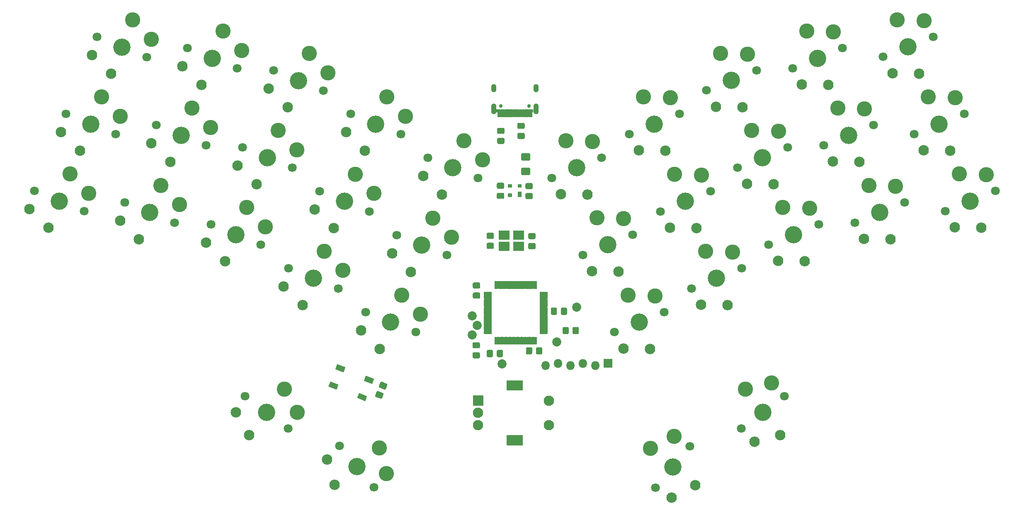
<source format=gbr>
G04 #@! TF.GenerationSoftware,KiCad,Pcbnew,(5.1.9-0-10_14)*
G04 #@! TF.CreationDate,2021-02-24T21:06:59-06:00*
G04 #@! TF.ProjectId,micro_redox_semi_split,6d696372-6f5f-4726-9564-6f785f73656d,rev?*
G04 #@! TF.SameCoordinates,Original*
G04 #@! TF.FileFunction,Soldermask,Top*
G04 #@! TF.FilePolarity,Negative*
%FSLAX46Y46*%
G04 Gerber Fmt 4.6, Leading zero omitted, Abs format (unit mm)*
G04 Created by KiCad (PCBNEW (5.1.9-0-10_14)) date 2021-02-24 21:06:59*
%MOMM*%
%LPD*%
G01*
G04 APERTURE LIST*
%ADD10C,1.803800*%
%ADD11C,3.102000*%
%ADD12C,3.531000*%
%ADD13C,2.134000*%
%ADD14C,1.854600*%
%ADD15C,2.102000*%
%ADD16C,0.750000*%
%ADD17O,1.100000X2.200000*%
%ADD18O,1.100000X1.700000*%
%ADD19O,1.802000X1.802000*%
%ADD20C,0.100000*%
G04 APERTURE END LIST*
D10*
X217780339Y-67399570D03*
X227979361Y-63278898D03*
D11*
X226110995Y-59989262D03*
D12*
X222879850Y-65339234D03*
D13*
X219667436Y-70735566D03*
X225090029Y-70809619D03*
D11*
X220650941Y-59822490D03*
D14*
X133592700Y-114370360D03*
X144783053Y-109875494D03*
X148832869Y-102786919D03*
X127496867Y-108501917D03*
X128512868Y-106533418D03*
X127496867Y-104564918D03*
D10*
X199301840Y-69685574D03*
X209500862Y-65564902D03*
D11*
X207632496Y-62275266D03*
D12*
X204401351Y-67625238D03*
D13*
X201188937Y-73021570D03*
X206611530Y-73095623D03*
D11*
X202172442Y-62108494D03*
D15*
X143202348Y-126894237D03*
X143202348Y-121894237D03*
G36*
G01*
X134551348Y-130994237D02*
X134551348Y-128994237D01*
G75*
G02*
X134602348Y-128943237I51000J0D01*
G01*
X137802348Y-128943237D01*
G75*
G02*
X137853348Y-128994237I0J-51000D01*
G01*
X137853348Y-130994237D01*
G75*
G02*
X137802348Y-131045237I-51000J0D01*
G01*
X134602348Y-131045237D01*
G75*
G02*
X134551348Y-130994237I0J51000D01*
G01*
G37*
G36*
G01*
X134551348Y-119794237D02*
X134551348Y-117794237D01*
G75*
G02*
X134602348Y-117743237I51000J0D01*
G01*
X137802348Y-117743237D01*
G75*
G02*
X137853348Y-117794237I0J-51000D01*
G01*
X137853348Y-119794237D01*
G75*
G02*
X137802348Y-119845237I-51000J0D01*
G01*
X134602348Y-119845237D01*
G75*
G02*
X134551348Y-119794237I0J51000D01*
G01*
G37*
X128702348Y-126894237D03*
X128702348Y-124394237D03*
G36*
G01*
X127651348Y-122894237D02*
X127651348Y-120894237D01*
G75*
G02*
X127702348Y-120843237I51000J0D01*
G01*
X129702348Y-120843237D01*
G75*
G02*
X129753348Y-120894237I0J-51000D01*
G01*
X129753348Y-122894237D01*
G75*
G02*
X129702348Y-122945237I-51000J0D01*
G01*
X127702348Y-122945237D01*
G75*
G02*
X127651348Y-122894237I0J51000D01*
G01*
G37*
G36*
G01*
X132952850Y-88965239D02*
X132952850Y-87165239D01*
G75*
G02*
X133003850Y-87114239I51000J0D01*
G01*
X135103850Y-87114239D01*
G75*
G02*
X135154850Y-87165239I0J-51000D01*
G01*
X135154850Y-88965239D01*
G75*
G02*
X135103850Y-89016239I-51000J0D01*
G01*
X133003850Y-89016239D01*
G75*
G02*
X132952850Y-88965239I0J51000D01*
G01*
G37*
G36*
G01*
X135852850Y-88965239D02*
X135852850Y-87165239D01*
G75*
G02*
X135903850Y-87114239I51000J0D01*
G01*
X138003850Y-87114239D01*
G75*
G02*
X138054850Y-87165239I0J-51000D01*
G01*
X138054850Y-88965239D01*
G75*
G02*
X138003850Y-89016239I-51000J0D01*
G01*
X135903850Y-89016239D01*
G75*
G02*
X135852850Y-88965239I0J51000D01*
G01*
G37*
G36*
G01*
X135852850Y-91265239D02*
X135852850Y-89465239D01*
G75*
G02*
X135903850Y-89414239I51000J0D01*
G01*
X138003850Y-89414239D01*
G75*
G02*
X138054850Y-89465239I0J-51000D01*
G01*
X138054850Y-91265239D01*
G75*
G02*
X138003850Y-91316239I-51000J0D01*
G01*
X135903850Y-91316239D01*
G75*
G02*
X135852850Y-91265239I0J51000D01*
G01*
G37*
G36*
G01*
X132952850Y-91265239D02*
X132952850Y-89465239D01*
G75*
G02*
X133003850Y-89414239I51000J0D01*
G01*
X135103850Y-89414239D01*
G75*
G02*
X135154850Y-89465239I0J-51000D01*
G01*
X135154850Y-91265239D01*
G75*
G02*
X135103850Y-91316239I-51000J0D01*
G01*
X133003850Y-91316239D01*
G75*
G02*
X132952850Y-91265239I0J51000D01*
G01*
G37*
G36*
G01*
X133327348Y-62403238D02*
X133327348Y-63853238D01*
G75*
G02*
X133277348Y-63903238I-50000J0D01*
G01*
X132677348Y-63903238D01*
G75*
G02*
X132627348Y-63853238I0J50000D01*
G01*
X132627348Y-62403238D01*
G75*
G02*
X132677348Y-62353238I50000J0D01*
G01*
X133277348Y-62353238D01*
G75*
G02*
X133327348Y-62403238I0J-50000D01*
G01*
G37*
G36*
G01*
X139777348Y-62403238D02*
X139777348Y-63853238D01*
G75*
G02*
X139727348Y-63903238I-50000J0D01*
G01*
X139127348Y-63903238D01*
G75*
G02*
X139077348Y-63853238I0J50000D01*
G01*
X139077348Y-62403238D01*
G75*
G02*
X139127348Y-62353238I50000J0D01*
G01*
X139727348Y-62353238D01*
G75*
G02*
X139777348Y-62403238I0J-50000D01*
G01*
G37*
G36*
G01*
X134102348Y-62403238D02*
X134102348Y-63853238D01*
G75*
G02*
X134052348Y-63903238I-50000J0D01*
G01*
X133452348Y-63903238D01*
G75*
G02*
X133402348Y-63853238I0J50000D01*
G01*
X133402348Y-62403238D01*
G75*
G02*
X133452348Y-62353238I50000J0D01*
G01*
X134052348Y-62353238D01*
G75*
G02*
X134102348Y-62403238I0J-50000D01*
G01*
G37*
G36*
G01*
X139002348Y-62403238D02*
X139002348Y-63853238D01*
G75*
G02*
X138952348Y-63903238I-50000J0D01*
G01*
X138352348Y-63903238D01*
G75*
G02*
X138302348Y-63853238I0J50000D01*
G01*
X138302348Y-62403238D01*
G75*
G02*
X138352348Y-62353238I50000J0D01*
G01*
X138952348Y-62353238D01*
G75*
G02*
X139002348Y-62403238I0J-50000D01*
G01*
G37*
G36*
G01*
X138152348Y-62403238D02*
X138152348Y-63853238D01*
G75*
G02*
X138102348Y-63903238I-50000J0D01*
G01*
X137802348Y-63903238D01*
G75*
G02*
X137752348Y-63853238I0J50000D01*
G01*
X137752348Y-62403238D01*
G75*
G02*
X137802348Y-62353238I50000J0D01*
G01*
X138102348Y-62353238D01*
G75*
G02*
X138152348Y-62403238I0J-50000D01*
G01*
G37*
G36*
G01*
X134652348Y-62403238D02*
X134652348Y-63853238D01*
G75*
G02*
X134602348Y-63903238I-50000J0D01*
G01*
X134302348Y-63903238D01*
G75*
G02*
X134252348Y-63853238I0J50000D01*
G01*
X134252348Y-62403238D01*
G75*
G02*
X134302348Y-62353238I50000J0D01*
G01*
X134602348Y-62353238D01*
G75*
G02*
X134652348Y-62403238I0J-50000D01*
G01*
G37*
G36*
G01*
X137652348Y-62403238D02*
X137652348Y-63853238D01*
G75*
G02*
X137602348Y-63903238I-50000J0D01*
G01*
X137302348Y-63903238D01*
G75*
G02*
X137252348Y-63853238I0J50000D01*
G01*
X137252348Y-62403238D01*
G75*
G02*
X137302348Y-62353238I50000J0D01*
G01*
X137602348Y-62353238D01*
G75*
G02*
X137652348Y-62403238I0J-50000D01*
G01*
G37*
G36*
G01*
X135152348Y-62403238D02*
X135152348Y-63853238D01*
G75*
G02*
X135102348Y-63903238I-50000J0D01*
G01*
X134802348Y-63903238D01*
G75*
G02*
X134752348Y-63853238I0J50000D01*
G01*
X134752348Y-62403238D01*
G75*
G02*
X134802348Y-62353238I50000J0D01*
G01*
X135102348Y-62353238D01*
G75*
G02*
X135152348Y-62403238I0J-50000D01*
G01*
G37*
G36*
G01*
X137152348Y-62403238D02*
X137152348Y-63853238D01*
G75*
G02*
X137102348Y-63903238I-50000J0D01*
G01*
X136802348Y-63903238D01*
G75*
G02*
X136752348Y-63853238I0J50000D01*
G01*
X136752348Y-62403238D01*
G75*
G02*
X136802348Y-62353238I50000J0D01*
G01*
X137102348Y-62353238D01*
G75*
G02*
X137152348Y-62403238I0J-50000D01*
G01*
G37*
G36*
G01*
X135652348Y-62403238D02*
X135652348Y-63853238D01*
G75*
G02*
X135602348Y-63903238I-50000J0D01*
G01*
X135302348Y-63903238D01*
G75*
G02*
X135252348Y-63853238I0J50000D01*
G01*
X135252348Y-62403238D01*
G75*
G02*
X135302348Y-62353238I50000J0D01*
G01*
X135602348Y-62353238D01*
G75*
G02*
X135652348Y-62403238I0J-50000D01*
G01*
G37*
G36*
G01*
X136152348Y-62403238D02*
X136152348Y-63853238D01*
G75*
G02*
X136102348Y-63903238I-50000J0D01*
G01*
X135802348Y-63903238D01*
G75*
G02*
X135752348Y-63853238I0J50000D01*
G01*
X135752348Y-62403238D01*
G75*
G02*
X135802348Y-62353238I50000J0D01*
G01*
X136102348Y-62353238D01*
G75*
G02*
X136152348Y-62403238I0J-50000D01*
G01*
G37*
G36*
G01*
X136652348Y-62403238D02*
X136652348Y-63853238D01*
G75*
G02*
X136602348Y-63903238I-50000J0D01*
G01*
X136302348Y-63903238D01*
G75*
G02*
X136252348Y-63853238I0J50000D01*
G01*
X136252348Y-62403238D01*
G75*
G02*
X136302348Y-62353238I50000J0D01*
G01*
X136602348Y-62353238D01*
G75*
G02*
X136652348Y-62403238I0J-50000D01*
G01*
G37*
D16*
X133312348Y-61683238D03*
X139092348Y-61683238D03*
D17*
X140522348Y-62213238D03*
X131882348Y-62213238D03*
D18*
X140522348Y-58033238D03*
X131882348Y-58033238D03*
G36*
G01*
X140117847Y-108846239D02*
X140667847Y-108846239D01*
G75*
G02*
X140718847Y-108897239I0J-51000D01*
G01*
X140718847Y-110397239D01*
G75*
G02*
X140667847Y-110448239I-51000J0D01*
G01*
X140117847Y-110448239D01*
G75*
G02*
X140066847Y-110397239I0J51000D01*
G01*
X140066847Y-108897239D01*
G75*
G02*
X140117847Y-108846239I51000J0D01*
G01*
G37*
G36*
G01*
X139317847Y-108846239D02*
X139867847Y-108846239D01*
G75*
G02*
X139918847Y-108897239I0J-51000D01*
G01*
X139918847Y-110397239D01*
G75*
G02*
X139867847Y-110448239I-51000J0D01*
G01*
X139317847Y-110448239D01*
G75*
G02*
X139266847Y-110397239I0J51000D01*
G01*
X139266847Y-108897239D01*
G75*
G02*
X139317847Y-108846239I51000J0D01*
G01*
G37*
G36*
G01*
X138517847Y-108846239D02*
X139067847Y-108846239D01*
G75*
G02*
X139118847Y-108897239I0J-51000D01*
G01*
X139118847Y-110397239D01*
G75*
G02*
X139067847Y-110448239I-51000J0D01*
G01*
X138517847Y-110448239D01*
G75*
G02*
X138466847Y-110397239I0J51000D01*
G01*
X138466847Y-108897239D01*
G75*
G02*
X138517847Y-108846239I51000J0D01*
G01*
G37*
G36*
G01*
X137717847Y-108846239D02*
X138267847Y-108846239D01*
G75*
G02*
X138318847Y-108897239I0J-51000D01*
G01*
X138318847Y-110397239D01*
G75*
G02*
X138267847Y-110448239I-51000J0D01*
G01*
X137717847Y-110448239D01*
G75*
G02*
X137666847Y-110397239I0J51000D01*
G01*
X137666847Y-108897239D01*
G75*
G02*
X137717847Y-108846239I51000J0D01*
G01*
G37*
G36*
G01*
X136917847Y-108846239D02*
X137467847Y-108846239D01*
G75*
G02*
X137518847Y-108897239I0J-51000D01*
G01*
X137518847Y-110397239D01*
G75*
G02*
X137467847Y-110448239I-51000J0D01*
G01*
X136917847Y-110448239D01*
G75*
G02*
X136866847Y-110397239I0J51000D01*
G01*
X136866847Y-108897239D01*
G75*
G02*
X136917847Y-108846239I51000J0D01*
G01*
G37*
G36*
G01*
X136117847Y-108846239D02*
X136667847Y-108846239D01*
G75*
G02*
X136718847Y-108897239I0J-51000D01*
G01*
X136718847Y-110397239D01*
G75*
G02*
X136667847Y-110448239I-51000J0D01*
G01*
X136117847Y-110448239D01*
G75*
G02*
X136066847Y-110397239I0J51000D01*
G01*
X136066847Y-108897239D01*
G75*
G02*
X136117847Y-108846239I51000J0D01*
G01*
G37*
G36*
G01*
X135317847Y-108846239D02*
X135867847Y-108846239D01*
G75*
G02*
X135918847Y-108897239I0J-51000D01*
G01*
X135918847Y-110397239D01*
G75*
G02*
X135867847Y-110448239I-51000J0D01*
G01*
X135317847Y-110448239D01*
G75*
G02*
X135266847Y-110397239I0J51000D01*
G01*
X135266847Y-108897239D01*
G75*
G02*
X135317847Y-108846239I51000J0D01*
G01*
G37*
G36*
G01*
X134517847Y-108846239D02*
X135067847Y-108846239D01*
G75*
G02*
X135118847Y-108897239I0J-51000D01*
G01*
X135118847Y-110397239D01*
G75*
G02*
X135067847Y-110448239I-51000J0D01*
G01*
X134517847Y-110448239D01*
G75*
G02*
X134466847Y-110397239I0J51000D01*
G01*
X134466847Y-108897239D01*
G75*
G02*
X134517847Y-108846239I51000J0D01*
G01*
G37*
G36*
G01*
X133717847Y-108846239D02*
X134267847Y-108846239D01*
G75*
G02*
X134318847Y-108897239I0J-51000D01*
G01*
X134318847Y-110397239D01*
G75*
G02*
X134267847Y-110448239I-51000J0D01*
G01*
X133717847Y-110448239D01*
G75*
G02*
X133666847Y-110397239I0J51000D01*
G01*
X133666847Y-108897239D01*
G75*
G02*
X133717847Y-108846239I51000J0D01*
G01*
G37*
G36*
G01*
X132917847Y-108846239D02*
X133467847Y-108846239D01*
G75*
G02*
X133518847Y-108897239I0J-51000D01*
G01*
X133518847Y-110397239D01*
G75*
G02*
X133467847Y-110448239I-51000J0D01*
G01*
X132917847Y-110448239D01*
G75*
G02*
X132866847Y-110397239I0J51000D01*
G01*
X132866847Y-108897239D01*
G75*
G02*
X132917847Y-108846239I51000J0D01*
G01*
G37*
G36*
G01*
X132117847Y-108846239D02*
X132667847Y-108846239D01*
G75*
G02*
X132718847Y-108897239I0J-51000D01*
G01*
X132718847Y-110397239D01*
G75*
G02*
X132667847Y-110448239I-51000J0D01*
G01*
X132117847Y-110448239D01*
G75*
G02*
X132066847Y-110397239I0J51000D01*
G01*
X132066847Y-108897239D01*
G75*
G02*
X132117847Y-108846239I51000J0D01*
G01*
G37*
G36*
G01*
X131493847Y-107672239D02*
X131493847Y-108222239D01*
G75*
G02*
X131442847Y-108273239I-51000J0D01*
G01*
X129942847Y-108273239D01*
G75*
G02*
X129891847Y-108222239I0J51000D01*
G01*
X129891847Y-107672239D01*
G75*
G02*
X129942847Y-107621239I51000J0D01*
G01*
X131442847Y-107621239D01*
G75*
G02*
X131493847Y-107672239I0J-51000D01*
G01*
G37*
G36*
G01*
X131493847Y-106872239D02*
X131493847Y-107422239D01*
G75*
G02*
X131442847Y-107473239I-51000J0D01*
G01*
X129942847Y-107473239D01*
G75*
G02*
X129891847Y-107422239I0J51000D01*
G01*
X129891847Y-106872239D01*
G75*
G02*
X129942847Y-106821239I51000J0D01*
G01*
X131442847Y-106821239D01*
G75*
G02*
X131493847Y-106872239I0J-51000D01*
G01*
G37*
G36*
G01*
X131493847Y-106072239D02*
X131493847Y-106622239D01*
G75*
G02*
X131442847Y-106673239I-51000J0D01*
G01*
X129942847Y-106673239D01*
G75*
G02*
X129891847Y-106622239I0J51000D01*
G01*
X129891847Y-106072239D01*
G75*
G02*
X129942847Y-106021239I51000J0D01*
G01*
X131442847Y-106021239D01*
G75*
G02*
X131493847Y-106072239I0J-51000D01*
G01*
G37*
G36*
G01*
X131493847Y-105272239D02*
X131493847Y-105822239D01*
G75*
G02*
X131442847Y-105873239I-51000J0D01*
G01*
X129942847Y-105873239D01*
G75*
G02*
X129891847Y-105822239I0J51000D01*
G01*
X129891847Y-105272239D01*
G75*
G02*
X129942847Y-105221239I51000J0D01*
G01*
X131442847Y-105221239D01*
G75*
G02*
X131493847Y-105272239I0J-51000D01*
G01*
G37*
G36*
G01*
X131493847Y-104472239D02*
X131493847Y-105022239D01*
G75*
G02*
X131442847Y-105073239I-51000J0D01*
G01*
X129942847Y-105073239D01*
G75*
G02*
X129891847Y-105022239I0J51000D01*
G01*
X129891847Y-104472239D01*
G75*
G02*
X129942847Y-104421239I51000J0D01*
G01*
X131442847Y-104421239D01*
G75*
G02*
X131493847Y-104472239I0J-51000D01*
G01*
G37*
G36*
G01*
X131493847Y-103672239D02*
X131493847Y-104222239D01*
G75*
G02*
X131442847Y-104273239I-51000J0D01*
G01*
X129942847Y-104273239D01*
G75*
G02*
X129891847Y-104222239I0J51000D01*
G01*
X129891847Y-103672239D01*
G75*
G02*
X129942847Y-103621239I51000J0D01*
G01*
X131442847Y-103621239D01*
G75*
G02*
X131493847Y-103672239I0J-51000D01*
G01*
G37*
G36*
G01*
X131493847Y-102872239D02*
X131493847Y-103422239D01*
G75*
G02*
X131442847Y-103473239I-51000J0D01*
G01*
X129942847Y-103473239D01*
G75*
G02*
X129891847Y-103422239I0J51000D01*
G01*
X129891847Y-102872239D01*
G75*
G02*
X129942847Y-102821239I51000J0D01*
G01*
X131442847Y-102821239D01*
G75*
G02*
X131493847Y-102872239I0J-51000D01*
G01*
G37*
G36*
G01*
X131493847Y-102072239D02*
X131493847Y-102622239D01*
G75*
G02*
X131442847Y-102673239I-51000J0D01*
G01*
X129942847Y-102673239D01*
G75*
G02*
X129891847Y-102622239I0J51000D01*
G01*
X129891847Y-102072239D01*
G75*
G02*
X129942847Y-102021239I51000J0D01*
G01*
X131442847Y-102021239D01*
G75*
G02*
X131493847Y-102072239I0J-51000D01*
G01*
G37*
G36*
G01*
X131493847Y-101272239D02*
X131493847Y-101822239D01*
G75*
G02*
X131442847Y-101873239I-51000J0D01*
G01*
X129942847Y-101873239D01*
G75*
G02*
X129891847Y-101822239I0J51000D01*
G01*
X129891847Y-101272239D01*
G75*
G02*
X129942847Y-101221239I51000J0D01*
G01*
X131442847Y-101221239D01*
G75*
G02*
X131493847Y-101272239I0J-51000D01*
G01*
G37*
G36*
G01*
X131493847Y-100472239D02*
X131493847Y-101022239D01*
G75*
G02*
X131442847Y-101073239I-51000J0D01*
G01*
X129942847Y-101073239D01*
G75*
G02*
X129891847Y-101022239I0J51000D01*
G01*
X129891847Y-100472239D01*
G75*
G02*
X129942847Y-100421239I51000J0D01*
G01*
X131442847Y-100421239D01*
G75*
G02*
X131493847Y-100472239I0J-51000D01*
G01*
G37*
G36*
G01*
X131493847Y-99672239D02*
X131493847Y-100222239D01*
G75*
G02*
X131442847Y-100273239I-51000J0D01*
G01*
X129942847Y-100273239D01*
G75*
G02*
X129891847Y-100222239I0J51000D01*
G01*
X129891847Y-99672239D01*
G75*
G02*
X129942847Y-99621239I51000J0D01*
G01*
X131442847Y-99621239D01*
G75*
G02*
X131493847Y-99672239I0J-51000D01*
G01*
G37*
G36*
G01*
X132117847Y-97446239D02*
X132667847Y-97446239D01*
G75*
G02*
X132718847Y-97497239I0J-51000D01*
G01*
X132718847Y-98997239D01*
G75*
G02*
X132667847Y-99048239I-51000J0D01*
G01*
X132117847Y-99048239D01*
G75*
G02*
X132066847Y-98997239I0J51000D01*
G01*
X132066847Y-97497239D01*
G75*
G02*
X132117847Y-97446239I51000J0D01*
G01*
G37*
G36*
G01*
X132917847Y-97446239D02*
X133467847Y-97446239D01*
G75*
G02*
X133518847Y-97497239I0J-51000D01*
G01*
X133518847Y-98997239D01*
G75*
G02*
X133467847Y-99048239I-51000J0D01*
G01*
X132917847Y-99048239D01*
G75*
G02*
X132866847Y-98997239I0J51000D01*
G01*
X132866847Y-97497239D01*
G75*
G02*
X132917847Y-97446239I51000J0D01*
G01*
G37*
G36*
G01*
X133717847Y-97446239D02*
X134267847Y-97446239D01*
G75*
G02*
X134318847Y-97497239I0J-51000D01*
G01*
X134318847Y-98997239D01*
G75*
G02*
X134267847Y-99048239I-51000J0D01*
G01*
X133717847Y-99048239D01*
G75*
G02*
X133666847Y-98997239I0J51000D01*
G01*
X133666847Y-97497239D01*
G75*
G02*
X133717847Y-97446239I51000J0D01*
G01*
G37*
G36*
G01*
X134517847Y-97446239D02*
X135067847Y-97446239D01*
G75*
G02*
X135118847Y-97497239I0J-51000D01*
G01*
X135118847Y-98997239D01*
G75*
G02*
X135067847Y-99048239I-51000J0D01*
G01*
X134517847Y-99048239D01*
G75*
G02*
X134466847Y-98997239I0J51000D01*
G01*
X134466847Y-97497239D01*
G75*
G02*
X134517847Y-97446239I51000J0D01*
G01*
G37*
G36*
G01*
X135317847Y-97446239D02*
X135867847Y-97446239D01*
G75*
G02*
X135918847Y-97497239I0J-51000D01*
G01*
X135918847Y-98997239D01*
G75*
G02*
X135867847Y-99048239I-51000J0D01*
G01*
X135317847Y-99048239D01*
G75*
G02*
X135266847Y-98997239I0J51000D01*
G01*
X135266847Y-97497239D01*
G75*
G02*
X135317847Y-97446239I51000J0D01*
G01*
G37*
G36*
G01*
X136117847Y-97446239D02*
X136667847Y-97446239D01*
G75*
G02*
X136718847Y-97497239I0J-51000D01*
G01*
X136718847Y-98997239D01*
G75*
G02*
X136667847Y-99048239I-51000J0D01*
G01*
X136117847Y-99048239D01*
G75*
G02*
X136066847Y-98997239I0J51000D01*
G01*
X136066847Y-97497239D01*
G75*
G02*
X136117847Y-97446239I51000J0D01*
G01*
G37*
G36*
G01*
X136917847Y-97446239D02*
X137467847Y-97446239D01*
G75*
G02*
X137518847Y-97497239I0J-51000D01*
G01*
X137518847Y-98997239D01*
G75*
G02*
X137467847Y-99048239I-51000J0D01*
G01*
X136917847Y-99048239D01*
G75*
G02*
X136866847Y-98997239I0J51000D01*
G01*
X136866847Y-97497239D01*
G75*
G02*
X136917847Y-97446239I51000J0D01*
G01*
G37*
G36*
G01*
X137717847Y-97446239D02*
X138267847Y-97446239D01*
G75*
G02*
X138318847Y-97497239I0J-51000D01*
G01*
X138318847Y-98997239D01*
G75*
G02*
X138267847Y-99048239I-51000J0D01*
G01*
X137717847Y-99048239D01*
G75*
G02*
X137666847Y-98997239I0J51000D01*
G01*
X137666847Y-97497239D01*
G75*
G02*
X137717847Y-97446239I51000J0D01*
G01*
G37*
G36*
G01*
X138517847Y-97446239D02*
X139067847Y-97446239D01*
G75*
G02*
X139118847Y-97497239I0J-51000D01*
G01*
X139118847Y-98997239D01*
G75*
G02*
X139067847Y-99048239I-51000J0D01*
G01*
X138517847Y-99048239D01*
G75*
G02*
X138466847Y-98997239I0J51000D01*
G01*
X138466847Y-97497239D01*
G75*
G02*
X138517847Y-97446239I51000J0D01*
G01*
G37*
G36*
G01*
X139317847Y-97446239D02*
X139867847Y-97446239D01*
G75*
G02*
X139918847Y-97497239I0J-51000D01*
G01*
X139918847Y-98997239D01*
G75*
G02*
X139867847Y-99048239I-51000J0D01*
G01*
X139317847Y-99048239D01*
G75*
G02*
X139266847Y-98997239I0J51000D01*
G01*
X139266847Y-97497239D01*
G75*
G02*
X139317847Y-97446239I51000J0D01*
G01*
G37*
G36*
G01*
X140117847Y-97446239D02*
X140667847Y-97446239D01*
G75*
G02*
X140718847Y-97497239I0J-51000D01*
G01*
X140718847Y-98997239D01*
G75*
G02*
X140667847Y-99048239I-51000J0D01*
G01*
X140117847Y-99048239D01*
G75*
G02*
X140066847Y-98997239I0J51000D01*
G01*
X140066847Y-97497239D01*
G75*
G02*
X140117847Y-97446239I51000J0D01*
G01*
G37*
G36*
G01*
X142893847Y-99672239D02*
X142893847Y-100222239D01*
G75*
G02*
X142842847Y-100273239I-51000J0D01*
G01*
X141342847Y-100273239D01*
G75*
G02*
X141291847Y-100222239I0J51000D01*
G01*
X141291847Y-99672239D01*
G75*
G02*
X141342847Y-99621239I51000J0D01*
G01*
X142842847Y-99621239D01*
G75*
G02*
X142893847Y-99672239I0J-51000D01*
G01*
G37*
G36*
G01*
X142893847Y-100472239D02*
X142893847Y-101022239D01*
G75*
G02*
X142842847Y-101073239I-51000J0D01*
G01*
X141342847Y-101073239D01*
G75*
G02*
X141291847Y-101022239I0J51000D01*
G01*
X141291847Y-100472239D01*
G75*
G02*
X141342847Y-100421239I51000J0D01*
G01*
X142842847Y-100421239D01*
G75*
G02*
X142893847Y-100472239I0J-51000D01*
G01*
G37*
G36*
G01*
X142893847Y-101272239D02*
X142893847Y-101822239D01*
G75*
G02*
X142842847Y-101873239I-51000J0D01*
G01*
X141342847Y-101873239D01*
G75*
G02*
X141291847Y-101822239I0J51000D01*
G01*
X141291847Y-101272239D01*
G75*
G02*
X141342847Y-101221239I51000J0D01*
G01*
X142842847Y-101221239D01*
G75*
G02*
X142893847Y-101272239I0J-51000D01*
G01*
G37*
G36*
G01*
X142893847Y-102072239D02*
X142893847Y-102622239D01*
G75*
G02*
X142842847Y-102673239I-51000J0D01*
G01*
X141342847Y-102673239D01*
G75*
G02*
X141291847Y-102622239I0J51000D01*
G01*
X141291847Y-102072239D01*
G75*
G02*
X141342847Y-102021239I51000J0D01*
G01*
X142842847Y-102021239D01*
G75*
G02*
X142893847Y-102072239I0J-51000D01*
G01*
G37*
G36*
G01*
X142893847Y-102872239D02*
X142893847Y-103422239D01*
G75*
G02*
X142842847Y-103473239I-51000J0D01*
G01*
X141342847Y-103473239D01*
G75*
G02*
X141291847Y-103422239I0J51000D01*
G01*
X141291847Y-102872239D01*
G75*
G02*
X141342847Y-102821239I51000J0D01*
G01*
X142842847Y-102821239D01*
G75*
G02*
X142893847Y-102872239I0J-51000D01*
G01*
G37*
G36*
G01*
X142893847Y-103672239D02*
X142893847Y-104222239D01*
G75*
G02*
X142842847Y-104273239I-51000J0D01*
G01*
X141342847Y-104273239D01*
G75*
G02*
X141291847Y-104222239I0J51000D01*
G01*
X141291847Y-103672239D01*
G75*
G02*
X141342847Y-103621239I51000J0D01*
G01*
X142842847Y-103621239D01*
G75*
G02*
X142893847Y-103672239I0J-51000D01*
G01*
G37*
G36*
G01*
X142893847Y-104472239D02*
X142893847Y-105022239D01*
G75*
G02*
X142842847Y-105073239I-51000J0D01*
G01*
X141342847Y-105073239D01*
G75*
G02*
X141291847Y-105022239I0J51000D01*
G01*
X141291847Y-104472239D01*
G75*
G02*
X141342847Y-104421239I51000J0D01*
G01*
X142842847Y-104421239D01*
G75*
G02*
X142893847Y-104472239I0J-51000D01*
G01*
G37*
G36*
G01*
X142893847Y-105272239D02*
X142893847Y-105822239D01*
G75*
G02*
X142842847Y-105873239I-51000J0D01*
G01*
X141342847Y-105873239D01*
G75*
G02*
X141291847Y-105822239I0J51000D01*
G01*
X141291847Y-105272239D01*
G75*
G02*
X141342847Y-105221239I51000J0D01*
G01*
X142842847Y-105221239D01*
G75*
G02*
X142893847Y-105272239I0J-51000D01*
G01*
G37*
G36*
G01*
X142893847Y-106072239D02*
X142893847Y-106622239D01*
G75*
G02*
X142842847Y-106673239I-51000J0D01*
G01*
X141342847Y-106673239D01*
G75*
G02*
X141291847Y-106622239I0J51000D01*
G01*
X141291847Y-106072239D01*
G75*
G02*
X141342847Y-106021239I51000J0D01*
G01*
X142842847Y-106021239D01*
G75*
G02*
X142893847Y-106072239I0J-51000D01*
G01*
G37*
G36*
G01*
X142893847Y-106872239D02*
X142893847Y-107422239D01*
G75*
G02*
X142842847Y-107473239I-51000J0D01*
G01*
X141342847Y-107473239D01*
G75*
G02*
X141291847Y-107422239I0J51000D01*
G01*
X141291847Y-106872239D01*
G75*
G02*
X141342847Y-106821239I51000J0D01*
G01*
X142842847Y-106821239D01*
G75*
G02*
X142893847Y-106872239I0J-51000D01*
G01*
G37*
G36*
G01*
X142893847Y-107672239D02*
X142893847Y-108222239D01*
G75*
G02*
X142842847Y-108273239I-51000J0D01*
G01*
X141342847Y-108273239D01*
G75*
G02*
X141291847Y-108222239I0J51000D01*
G01*
X141291847Y-107672239D01*
G75*
G02*
X141342847Y-107621239I51000J0D01*
G01*
X142842847Y-107621239D01*
G75*
G02*
X142893847Y-107672239I0J-51000D01*
G01*
G37*
G36*
G01*
X135552346Y-80228239D02*
X134852346Y-80228239D01*
G75*
G02*
X134802346Y-80178239I0J50000D01*
G01*
X134802346Y-79578239D01*
G75*
G02*
X134852346Y-79528239I50000J0D01*
G01*
X135552346Y-79528239D01*
G75*
G02*
X135602346Y-79578239I0J-50000D01*
G01*
X135602346Y-80178239D01*
G75*
G02*
X135552346Y-80228239I-50000J0D01*
G01*
G37*
G36*
G01*
X135552346Y-78328239D02*
X134852346Y-78328239D01*
G75*
G02*
X134802346Y-78278239I0J50000D01*
G01*
X134802346Y-77678239D01*
G75*
G02*
X134852346Y-77628239I50000J0D01*
G01*
X135552346Y-77628239D01*
G75*
G02*
X135602346Y-77678239I0J-50000D01*
G01*
X135602346Y-78278239D01*
G75*
G02*
X135552346Y-78328239I-50000J0D01*
G01*
G37*
G36*
G01*
X137552346Y-78328239D02*
X136852346Y-78328239D01*
G75*
G02*
X136802346Y-78278239I0J50000D01*
G01*
X136802346Y-77678239D01*
G75*
G02*
X136852346Y-77628239I50000J0D01*
G01*
X137552346Y-77628239D01*
G75*
G02*
X137602346Y-77678239I0J-50000D01*
G01*
X137602346Y-78278239D01*
G75*
G02*
X137552346Y-78328239I-50000J0D01*
G01*
G37*
G36*
G01*
X137552346Y-80228239D02*
X136852346Y-80228239D01*
G75*
G02*
X136802346Y-80178239I0J50000D01*
G01*
X136802346Y-79178239D01*
G75*
G02*
X136852346Y-79128239I50000J0D01*
G01*
X137552346Y-79128239D01*
G75*
G02*
X137602346Y-79178239I0J-50000D01*
G01*
X137602346Y-80178239D01*
G75*
G02*
X137552346Y-80228239I-50000J0D01*
G01*
G37*
G36*
G01*
X106032925Y-121050326D02*
X105658318Y-121977510D01*
G75*
G02*
X105591927Y-122005691I-47286J19105D01*
G01*
X104015714Y-121368859D01*
G75*
G02*
X103987533Y-121302468I19105J47286D01*
G01*
X104362140Y-120375284D01*
G75*
G02*
X104428531Y-120347103I47286J-19105D01*
G01*
X106004744Y-120983935D01*
G75*
G02*
X106032925Y-121050326I-19105J-47286D01*
G01*
G37*
G36*
G01*
X100191666Y-118690305D02*
X99817059Y-119617489D01*
G75*
G02*
X99750668Y-119645670I-47286J19105D01*
G01*
X98174455Y-119008838D01*
G75*
G02*
X98146274Y-118942447I19105J47286D01*
G01*
X98520881Y-118015263D01*
G75*
G02*
X98587272Y-117987082I47286J-19105D01*
G01*
X100163485Y-118623914D01*
G75*
G02*
X100191666Y-118690305I-19105J-47286D01*
G01*
G37*
G36*
G01*
X107456430Y-117527027D02*
X107081823Y-118454211D01*
G75*
G02*
X107015432Y-118482392I-47286J19105D01*
G01*
X105439219Y-117845560D01*
G75*
G02*
X105411038Y-117779169I19105J47286D01*
G01*
X105785645Y-116851985D01*
G75*
G02*
X105852036Y-116823804I47286J-19105D01*
G01*
X107428249Y-117460636D01*
G75*
G02*
X107456430Y-117527027I-19105J-47286D01*
G01*
G37*
G36*
G01*
X101615171Y-115167006D02*
X101240564Y-116094190D01*
G75*
G02*
X101174173Y-116122371I-47286J19105D01*
G01*
X99597960Y-115485539D01*
G75*
G02*
X99569779Y-115419148I19105J47286D01*
G01*
X99944386Y-114491964D01*
G75*
G02*
X100010777Y-114463783I47286J-19105D01*
G01*
X101586990Y-115100615D01*
G75*
G02*
X101615171Y-115167006I-19105J-47286D01*
G01*
G37*
G36*
G01*
X128801195Y-111214416D02*
X127843539Y-111214416D01*
G75*
G02*
X127571367Y-110942244I0J272172D01*
G01*
X127571367Y-110234588D01*
G75*
G02*
X127843539Y-109962416I272172J0D01*
G01*
X128801195Y-109962416D01*
G75*
G02*
X129073367Y-110234588I0J-272172D01*
G01*
X129073367Y-110942244D01*
G75*
G02*
X128801195Y-111214416I-272172J0D01*
G01*
G37*
G36*
G01*
X128801195Y-113264416D02*
X127843539Y-113264416D01*
G75*
G02*
X127571367Y-112992244I0J272172D01*
G01*
X127571367Y-112284588D01*
G75*
G02*
X127843539Y-112012416I272172J0D01*
G01*
X128801195Y-112012416D01*
G75*
G02*
X129073367Y-112284588I0J-272172D01*
G01*
X129073367Y-112992244D01*
G75*
G02*
X128801195Y-113264416I-272172J0D01*
G01*
G37*
G36*
G01*
X138644520Y-79454239D02*
X139602176Y-79454239D01*
G75*
G02*
X139874348Y-79726411I0J-272172D01*
G01*
X139874348Y-80434067D01*
G75*
G02*
X139602176Y-80706239I-272172J0D01*
G01*
X138644520Y-80706239D01*
G75*
G02*
X138372348Y-80434067I0J272172D01*
G01*
X138372348Y-79726411D01*
G75*
G02*
X138644520Y-79454239I272172J0D01*
G01*
G37*
G36*
G01*
X138644520Y-77404239D02*
X139602176Y-77404239D01*
G75*
G02*
X139874348Y-77676411I0J-272172D01*
G01*
X139874348Y-78384067D01*
G75*
G02*
X139602176Y-78656239I-272172J0D01*
G01*
X138644520Y-78656239D01*
G75*
G02*
X138372348Y-78384067I0J272172D01*
G01*
X138372348Y-77676411D01*
G75*
G02*
X138644520Y-77404239I272172J0D01*
G01*
G37*
G36*
G01*
X133760180Y-78592734D02*
X132802524Y-78592734D01*
G75*
G02*
X132530352Y-78320562I0J272172D01*
G01*
X132530352Y-77612906D01*
G75*
G02*
X132802524Y-77340734I272172J0D01*
G01*
X133760180Y-77340734D01*
G75*
G02*
X134032352Y-77612906I0J-272172D01*
G01*
X134032352Y-78320562D01*
G75*
G02*
X133760180Y-78592734I-272172J0D01*
G01*
G37*
G36*
G01*
X133760180Y-80642734D02*
X132802524Y-80642734D01*
G75*
G02*
X132530352Y-80370562I0J272172D01*
G01*
X132530352Y-79662906D01*
G75*
G02*
X132802524Y-79390734I272172J0D01*
G01*
X133760180Y-79390734D01*
G75*
G02*
X134032352Y-79662906I0J-272172D01*
G01*
X134032352Y-80370562D01*
G75*
G02*
X133760180Y-80642734I-272172J0D01*
G01*
G37*
G36*
G01*
X133823677Y-67353241D02*
X132866021Y-67353241D01*
G75*
G02*
X132593849Y-67081069I0J272172D01*
G01*
X132593849Y-66373413D01*
G75*
G02*
X132866021Y-66101241I272172J0D01*
G01*
X133823677Y-66101241D01*
G75*
G02*
X134095849Y-66373413I0J-272172D01*
G01*
X134095849Y-67081069D01*
G75*
G02*
X133823677Y-67353241I-272172J0D01*
G01*
G37*
G36*
G01*
X133823677Y-69403241D02*
X132866021Y-69403241D01*
G75*
G02*
X132593849Y-69131069I0J272172D01*
G01*
X132593849Y-68423413D01*
G75*
G02*
X132866021Y-68151241I272172J0D01*
G01*
X133823677Y-68151241D01*
G75*
G02*
X134095849Y-68423413I0J-272172D01*
G01*
X134095849Y-69131069D01*
G75*
G02*
X133823677Y-69403241I-272172J0D01*
G01*
G37*
G36*
G01*
X137951175Y-66337237D02*
X136993519Y-66337237D01*
G75*
G02*
X136721347Y-66065065I0J272172D01*
G01*
X136721347Y-65357409D01*
G75*
G02*
X136993519Y-65085237I272172J0D01*
G01*
X137951175Y-65085237D01*
G75*
G02*
X138223347Y-65357409I0J-272172D01*
G01*
X138223347Y-66065065D01*
G75*
G02*
X137951175Y-66337237I-272172J0D01*
G01*
G37*
G36*
G01*
X137951175Y-68387237D02*
X136993519Y-68387237D01*
G75*
G02*
X136721347Y-68115065I0J272172D01*
G01*
X136721347Y-67407409D01*
G75*
G02*
X136993519Y-67135237I272172J0D01*
G01*
X137951175Y-67135237D01*
G75*
G02*
X138223347Y-67407409I0J-272172D01*
G01*
X138223347Y-68115065D01*
G75*
G02*
X137951175Y-68387237I-272172J0D01*
G01*
G37*
G36*
G01*
X108331452Y-119963741D02*
X109219375Y-120322486D01*
G75*
G02*
X109369771Y-120676796I-101957J-252353D01*
G01*
X109104678Y-121332923D01*
G75*
G02*
X108750368Y-121483319I-252353J101957D01*
G01*
X107862445Y-121124574D01*
G75*
G02*
X107712049Y-120770264I101957J252353D01*
G01*
X107977142Y-120114137D01*
G75*
G02*
X108331452Y-119963741I252353J-101957D01*
G01*
G37*
G36*
G01*
X109099396Y-118063015D02*
X109987319Y-118421760D01*
G75*
G02*
X110137715Y-118776070I-101957J-252353D01*
G01*
X109872622Y-119432197D01*
G75*
G02*
X109518312Y-119582593I-252353J101957D01*
G01*
X108630389Y-119223848D01*
G75*
G02*
X108479993Y-118869538I101957J252353D01*
G01*
X108745086Y-118213411D01*
G75*
G02*
X109099396Y-118063015I252353J-101957D01*
G01*
G37*
D19*
X142510824Y-114732249D03*
X145050824Y-114275049D03*
X147590824Y-114732249D03*
X150130824Y-114275049D03*
X152670824Y-114732249D03*
G36*
G01*
X154360824Y-113374049D02*
X156060824Y-113374049D01*
G75*
G02*
X156111824Y-113425049I0J-51000D01*
G01*
X156111824Y-115125049D01*
G75*
G02*
X156060824Y-115176049I-51000J0D01*
G01*
X154360824Y-115176049D01*
G75*
G02*
X154309824Y-115125049I0J51000D01*
G01*
X154309824Y-113425049D01*
G75*
G02*
X154360824Y-113374049I51000J0D01*
G01*
G37*
G36*
G01*
X139082959Y-72806733D02*
X137766747Y-72806733D01*
G75*
G02*
X137498853Y-72538839I0J267894D01*
G01*
X137498853Y-71547627D01*
G75*
G02*
X137766747Y-71279733I267894J0D01*
G01*
X139082959Y-71279733D01*
G75*
G02*
X139350853Y-71547627I0J-267894D01*
G01*
X139350853Y-72538839D01*
G75*
G02*
X139082959Y-72806733I-267894J0D01*
G01*
G37*
G36*
G01*
X139082959Y-75781733D02*
X137766747Y-75781733D01*
G75*
G02*
X137498853Y-75513839I0J267894D01*
G01*
X137498853Y-74522627D01*
G75*
G02*
X137766747Y-74254733I267894J0D01*
G01*
X139082959Y-74254733D01*
G75*
G02*
X139350853Y-74522627I0J-267894D01*
G01*
X139350853Y-75513839D01*
G75*
G02*
X139082959Y-75781733I-267894J0D01*
G01*
G37*
G36*
G01*
X139748554Y-111238167D02*
X139748554Y-112195823D01*
G75*
G02*
X139476382Y-112467995I-272172J0D01*
G01*
X138768726Y-112467995D01*
G75*
G02*
X138496554Y-112195823I0J272172D01*
G01*
X138496554Y-111238167D01*
G75*
G02*
X138768726Y-110965995I272172J0D01*
G01*
X139476382Y-110965995D01*
G75*
G02*
X139748554Y-111238167I0J-272172D01*
G01*
G37*
G36*
G01*
X141798554Y-111238167D02*
X141798554Y-112195823D01*
G75*
G02*
X141526382Y-112467995I-272172J0D01*
G01*
X140818726Y-112467995D01*
G75*
G02*
X140546554Y-112195823I0J272172D01*
G01*
X140546554Y-111238167D01*
G75*
G02*
X140818726Y-110965995I272172J0D01*
G01*
X141526382Y-110965995D01*
G75*
G02*
X141798554Y-111238167I0J-272172D01*
G01*
G37*
G36*
G01*
X128859111Y-98986343D02*
X127901455Y-98986343D01*
G75*
G02*
X127629283Y-98714171I0J272172D01*
G01*
X127629283Y-98006515D01*
G75*
G02*
X127901455Y-97734343I272172J0D01*
G01*
X128859111Y-97734343D01*
G75*
G02*
X129131283Y-98006515I0J-272172D01*
G01*
X129131283Y-98714171D01*
G75*
G02*
X128859111Y-98986343I-272172J0D01*
G01*
G37*
G36*
G01*
X128859111Y-101036343D02*
X127901455Y-101036343D01*
G75*
G02*
X127629283Y-100764171I0J272172D01*
G01*
X127629283Y-100056515D01*
G75*
G02*
X127901455Y-99784343I272172J0D01*
G01*
X128859111Y-99784343D01*
G75*
G02*
X129131283Y-100056515I0J-272172D01*
G01*
X129131283Y-100764171D01*
G75*
G02*
X128859111Y-101036343I-272172J0D01*
G01*
G37*
G36*
G01*
X148019786Y-108055669D02*
X148019786Y-107098013D01*
G75*
G02*
X148291958Y-106825841I272172J0D01*
G01*
X148999614Y-106825841D01*
G75*
G02*
X149271786Y-107098013I0J-272172D01*
G01*
X149271786Y-108055669D01*
G75*
G02*
X148999614Y-108327841I-272172J0D01*
G01*
X148291958Y-108327841D01*
G75*
G02*
X148019786Y-108055669I0J272172D01*
G01*
G37*
G36*
G01*
X145969786Y-108055669D02*
X145969786Y-107098013D01*
G75*
G02*
X146241958Y-106825841I272172J0D01*
G01*
X146949614Y-106825841D01*
G75*
G02*
X147221786Y-107098013I0J-272172D01*
G01*
X147221786Y-108055669D01*
G75*
G02*
X146949614Y-108327841I-272172J0D01*
G01*
X146241958Y-108327841D01*
G75*
G02*
X145969786Y-108055669I0J272172D01*
G01*
G37*
G36*
G01*
X132525787Y-112754668D02*
X132525787Y-111797012D01*
G75*
G02*
X132797959Y-111524840I272172J0D01*
G01*
X133505615Y-111524840D01*
G75*
G02*
X133777787Y-111797012I0J-272172D01*
G01*
X133777787Y-112754668D01*
G75*
G02*
X133505615Y-113026840I-272172J0D01*
G01*
X132797959Y-113026840D01*
G75*
G02*
X132525787Y-112754668I0J272172D01*
G01*
G37*
G36*
G01*
X130475787Y-112754668D02*
X130475787Y-111797012D01*
G75*
G02*
X130747959Y-111524840I272172J0D01*
G01*
X131455615Y-111524840D01*
G75*
G02*
X131727787Y-111797012I0J-272172D01*
G01*
X131727787Y-112754668D01*
G75*
G02*
X131455615Y-113026840I-272172J0D01*
G01*
X130747959Y-113026840D01*
G75*
G02*
X130475787Y-112754668I0J272172D01*
G01*
G37*
G36*
G01*
X143562368Y-104091244D02*
X143562368Y-103133588D01*
G75*
G02*
X143834540Y-102861416I272172J0D01*
G01*
X144542196Y-102861416D01*
G75*
G02*
X144814368Y-103133588I0J-272172D01*
G01*
X144814368Y-104091244D01*
G75*
G02*
X144542196Y-104363416I-272172J0D01*
G01*
X143834540Y-104363416D01*
G75*
G02*
X143562368Y-104091244I0J272172D01*
G01*
G37*
G36*
G01*
X145612368Y-104091244D02*
X145612368Y-103133588D01*
G75*
G02*
X145884540Y-102861416I272172J0D01*
G01*
X146592196Y-102861416D01*
G75*
G02*
X146864368Y-103133588I0J-272172D01*
G01*
X146864368Y-104091244D01*
G75*
G02*
X146592196Y-104363416I-272172J0D01*
G01*
X145884540Y-104363416D01*
G75*
G02*
X145612368Y-104091244I0J272172D01*
G01*
G37*
G36*
G01*
X139216019Y-89677740D02*
X140173675Y-89677740D01*
G75*
G02*
X140445847Y-89949912I0J-272172D01*
G01*
X140445847Y-90657568D01*
G75*
G02*
X140173675Y-90929740I-272172J0D01*
G01*
X139216019Y-90929740D01*
G75*
G02*
X138943847Y-90657568I0J272172D01*
G01*
X138943847Y-89949912D01*
G75*
G02*
X139216019Y-89677740I272172J0D01*
G01*
G37*
G36*
G01*
X139216019Y-87627740D02*
X140173675Y-87627740D01*
G75*
G02*
X140445847Y-87899912I0J-272172D01*
G01*
X140445847Y-88607568D01*
G75*
G02*
X140173675Y-88879740I-272172J0D01*
G01*
X139216019Y-88879740D01*
G75*
G02*
X138943847Y-88607568I0J272172D01*
G01*
X138943847Y-87899912D01*
G75*
G02*
X139216019Y-87627740I272172J0D01*
G01*
G37*
G36*
G01*
X131664680Y-88816238D02*
X130707024Y-88816238D01*
G75*
G02*
X130434852Y-88544066I0J272172D01*
G01*
X130434852Y-87836410D01*
G75*
G02*
X130707024Y-87564238I272172J0D01*
G01*
X131664680Y-87564238D01*
G75*
G02*
X131936852Y-87836410I0J-272172D01*
G01*
X131936852Y-88544066D01*
G75*
G02*
X131664680Y-88816238I-272172J0D01*
G01*
G37*
G36*
G01*
X131664680Y-90866238D02*
X130707024Y-90866238D01*
G75*
G02*
X130434852Y-90594066I0J272172D01*
G01*
X130434852Y-89886410D01*
G75*
G02*
X130707024Y-89614238I272172J0D01*
G01*
X131664680Y-89614238D01*
G75*
G02*
X131936852Y-89886410I0J-272172D01*
G01*
X131936852Y-90594066D01*
G75*
G02*
X131664680Y-90866238I-272172J0D01*
G01*
G37*
D10*
X182482857Y-127577223D03*
X191267847Y-120957257D03*
D11*
X188611723Y-118263282D03*
D12*
X186875352Y-124267240D03*
D13*
X185169072Y-130311130D03*
X190426061Y-128979190D03*
D11*
X183294553Y-119515359D03*
D10*
X164961917Y-139687171D03*
X171958777Y-131199301D03*
D11*
X168747146Y-129199820D03*
D12*
X168460347Y-135443236D03*
D13*
X168212129Y-141718456D03*
X173012932Y-139196097D03*
D11*
X163869181Y-131658571D03*
D10*
X100445921Y-131135805D03*
X107442781Y-139623675D03*
D11*
X110018334Y-136852570D03*
D12*
X103944351Y-135379740D03*
D13*
X97831786Y-133938714D03*
X99391766Y-139132601D03*
D11*
X108535517Y-131595075D03*
D10*
X81136850Y-120957253D03*
X89921840Y-127577219D03*
D11*
X91779329Y-124281428D03*
D12*
X85529345Y-124267236D03*
D13*
X79249270Y-124292976D03*
X81978636Y-128979186D03*
D11*
X89110144Y-119515355D03*
D10*
X224130337Y-83147572D03*
X234329359Y-79026900D03*
D11*
X232460993Y-75737264D03*
D12*
X229229848Y-81087236D03*
D13*
X226017434Y-86483568D03*
X231440027Y-86557621D03*
D11*
X227000939Y-75570492D03*
D10*
X205651837Y-85497076D03*
X215850859Y-81376404D03*
D11*
X213982493Y-78086768D03*
D12*
X210751348Y-83436740D03*
D13*
X207538934Y-88833072D03*
X212961527Y-88907125D03*
D11*
X208522439Y-77919996D03*
D10*
X188062339Y-90005572D03*
X198261361Y-85884900D03*
D11*
X196392995Y-82595264D03*
D12*
X193161850Y-87945236D03*
D13*
X189949436Y-93341568D03*
X195372029Y-93415621D03*
D11*
X190932941Y-82428492D03*
D10*
X172314338Y-98959077D03*
X182513360Y-94838405D03*
D11*
X180644994Y-91548769D03*
D12*
X177413849Y-96898741D03*
D13*
X174201435Y-102295073D03*
X179624028Y-102369126D03*
D11*
X175184940Y-91381997D03*
D10*
X156502838Y-107912573D03*
X166701860Y-103791901D03*
D11*
X164833494Y-100502265D03*
D12*
X161602349Y-105852237D03*
D13*
X158389935Y-111248569D03*
X163812528Y-111322622D03*
D11*
X159373440Y-100335493D03*
D10*
X105766342Y-103791901D03*
X115965364Y-107912573D03*
D11*
X116906547Y-104248331D03*
D12*
X110865853Y-105852237D03*
D13*
X104806429Y-107502503D03*
X108655674Y-111322622D03*
D11*
X113094762Y-100335493D03*
D10*
X89954840Y-94838399D03*
X100153862Y-98959071D03*
D11*
X101095045Y-95294829D03*
D12*
X95054351Y-96898735D03*
D13*
X88994927Y-98549001D03*
X92844172Y-102369120D03*
D11*
X97283260Y-91381991D03*
D10*
X74143339Y-85884899D03*
X84342361Y-90005571D03*
D11*
X85283544Y-86341329D03*
D12*
X79242850Y-87945235D03*
D13*
X73183426Y-89595501D03*
X77032671Y-93415620D03*
D11*
X81471759Y-82428491D03*
D10*
X56553843Y-81376402D03*
X66752865Y-85497074D03*
D11*
X67694048Y-81832832D03*
D12*
X61653354Y-83436738D03*
D13*
X55593930Y-85087004D03*
X59443175Y-88907123D03*
D11*
X63882263Y-77919994D03*
D10*
X38075336Y-79026907D03*
X48274358Y-83147579D03*
D11*
X49215541Y-79483337D03*
D12*
X43174847Y-81087243D03*
D13*
X37115423Y-82737509D03*
X40964668Y-86557628D03*
D11*
X45403756Y-75570499D03*
D10*
X181712338Y-74257574D03*
X191911360Y-70136902D03*
D11*
X190042994Y-66847266D03*
D12*
X186811849Y-72197238D03*
D13*
X183599435Y-77593570D03*
X189022028Y-77667623D03*
D11*
X184582940Y-66680494D03*
D10*
X165964339Y-83211078D03*
X176163361Y-79090406D03*
D11*
X174294995Y-75800770D03*
D12*
X171063850Y-81150742D03*
D13*
X167851436Y-86547074D03*
X173274029Y-86621127D03*
D11*
X168834941Y-75633998D03*
D10*
X150089334Y-92101077D03*
X160288356Y-87980405D03*
D11*
X158419990Y-84690769D03*
D12*
X155188845Y-90040741D03*
D13*
X151976431Y-95437073D03*
X157399024Y-95511126D03*
D11*
X152959936Y-84523997D03*
D10*
X112116339Y-88043905D03*
X122315361Y-92164577D03*
D11*
X123256544Y-88500335D03*
D12*
X117215850Y-90104241D03*
D13*
X111156426Y-91754507D03*
X115005671Y-95574626D03*
D11*
X119444759Y-84587497D03*
D10*
X96304839Y-79090403D03*
X106503861Y-83211075D03*
D11*
X107445044Y-79546833D03*
D12*
X101404350Y-81150739D03*
D13*
X95344926Y-82801005D03*
X99194171Y-86621124D03*
D11*
X103633259Y-75633995D03*
D10*
X80556838Y-70136900D03*
X90755860Y-74257572D03*
D11*
X91697043Y-70593330D03*
D12*
X85656349Y-72197236D03*
D13*
X79596925Y-73847502D03*
X83446170Y-77667621D03*
D11*
X87885258Y-66680492D03*
D10*
X62967340Y-65564899D03*
X73166362Y-69685571D03*
D11*
X74107545Y-66021329D03*
D12*
X68066851Y-67625235D03*
D13*
X62007427Y-69275501D03*
X65856672Y-73095620D03*
D11*
X70295760Y-62108491D03*
D10*
X44488837Y-63278903D03*
X54687859Y-67399575D03*
D11*
X55629042Y-63735333D03*
D12*
X49588348Y-65339239D03*
D13*
X43528924Y-66989505D03*
X47378169Y-70809624D03*
D11*
X51817257Y-59822495D03*
D10*
X211430337Y-51588071D03*
X221629359Y-47467399D03*
D11*
X219760993Y-44177763D03*
D12*
X216529848Y-49527735D03*
D13*
X213317434Y-54924067D03*
X218740027Y-54998120D03*
D11*
X214300939Y-44010991D03*
D10*
X192951842Y-53937572D03*
X203150864Y-49816900D03*
D11*
X201282498Y-46527264D03*
D12*
X198051353Y-51877236D03*
D13*
X194838939Y-57273568D03*
X200261532Y-57347621D03*
D11*
X195822444Y-46360492D03*
D10*
X175362336Y-58446075D03*
X185561358Y-54325403D03*
D11*
X183692992Y-51035767D03*
D12*
X180461847Y-56385739D03*
D13*
X177249433Y-61782071D03*
X182672026Y-61856124D03*
D11*
X178232938Y-50868995D03*
D10*
X159614338Y-67399579D03*
X169813360Y-63278907D03*
D11*
X167944994Y-59989271D03*
D12*
X164713849Y-65339243D03*
D13*
X161501435Y-70735575D03*
X166924028Y-70809628D03*
D11*
X162484940Y-59822499D03*
D10*
X143739342Y-76353074D03*
X153938364Y-72232402D03*
D11*
X152069998Y-68942766D03*
D12*
X148838853Y-74292738D03*
D13*
X145626439Y-79689070D03*
X151049032Y-79763123D03*
D11*
X146609944Y-68775994D03*
D10*
X118466339Y-72232402D03*
X128665361Y-76353074D03*
D11*
X129606544Y-72688832D03*
D12*
X123565850Y-74292738D03*
D13*
X117506426Y-75943004D03*
X121355671Y-79763123D03*
D11*
X125794759Y-68775994D03*
D10*
X102718338Y-63278901D03*
X112917360Y-67399573D03*
D11*
X113858543Y-63735331D03*
D12*
X107817849Y-65339237D03*
D13*
X101758425Y-66989503D03*
X105607670Y-70809622D03*
D11*
X110046758Y-59822493D03*
D10*
X86906840Y-54388903D03*
X97105862Y-58509575D03*
D11*
X98047045Y-54845333D03*
D12*
X92006351Y-56449239D03*
D13*
X85946927Y-58099505D03*
X89796172Y-61919624D03*
D11*
X94235260Y-50932495D03*
D10*
X69317337Y-49816899D03*
X79516359Y-53937571D03*
D11*
X80457542Y-50273329D03*
D12*
X74416848Y-51877235D03*
D13*
X68357424Y-53527501D03*
X72206669Y-57347620D03*
D11*
X76645757Y-46360491D03*
D10*
X50838841Y-47530900D03*
X61037863Y-51651572D03*
D11*
X61979046Y-47987330D03*
D12*
X55938352Y-49591236D03*
D13*
X49878928Y-51241502D03*
X53728173Y-55061621D03*
D11*
X58167261Y-44074492D03*
D20*
G36*
X108228109Y-119924738D02*
G01*
X108228494Y-119924811D01*
X108272200Y-119937654D01*
X108272385Y-119937719D01*
X109279938Y-120344797D01*
X109280116Y-120344879D01*
X109320479Y-120366003D01*
X109320807Y-120366218D01*
X109351471Y-120390939D01*
X109351751Y-120391214D01*
X109377000Y-120421438D01*
X109377221Y-120421762D01*
X109396092Y-120456338D01*
X109396245Y-120456699D01*
X109408007Y-120494289D01*
X109408087Y-120494673D01*
X109412289Y-120533832D01*
X109412292Y-120534224D01*
X109408774Y-120573453D01*
X109408701Y-120573838D01*
X109395858Y-120617544D01*
X109395793Y-120617729D01*
X109371625Y-120677546D01*
X109313180Y-120822203D01*
X109309695Y-120830829D01*
X109291709Y-120875345D01*
X109276187Y-120913764D01*
X109249702Y-120979316D01*
X109230780Y-121026150D01*
X109082367Y-121393486D01*
X109082285Y-121393664D01*
X109061161Y-121434027D01*
X109060946Y-121434355D01*
X109036227Y-121465017D01*
X109035952Y-121465297D01*
X109005722Y-121490551D01*
X109005398Y-121490772D01*
X108970829Y-121509639D01*
X108970468Y-121509792D01*
X108932875Y-121521555D01*
X108932491Y-121521635D01*
X108893332Y-121525837D01*
X108892940Y-121525840D01*
X108853711Y-121522322D01*
X108853326Y-121522249D01*
X108809620Y-121509406D01*
X108809435Y-121509341D01*
X107801882Y-121102263D01*
X107801704Y-121102181D01*
X107761341Y-121081057D01*
X107761013Y-121080842D01*
X107730349Y-121056121D01*
X107730069Y-121055846D01*
X107704820Y-121025622D01*
X107704599Y-121025298D01*
X107685728Y-120990722D01*
X107685575Y-120990361D01*
X107673813Y-120952771D01*
X107673733Y-120952387D01*
X107669531Y-120913228D01*
X107669528Y-120912836D01*
X107672959Y-120874577D01*
X107694250Y-120874577D01*
X107699901Y-120927238D01*
X107715716Y-120977781D01*
X107741089Y-121024272D01*
X107775043Y-121064915D01*
X107816274Y-121098154D01*
X107863286Y-121122758D01*
X108751019Y-121481426D01*
X108801934Y-121496387D01*
X108854681Y-121501118D01*
X108907342Y-121495467D01*
X108957885Y-121479652D01*
X109004376Y-121454279D01*
X109045019Y-121420325D01*
X109078258Y-121379094D01*
X109102862Y-121332082D01*
X109227072Y-121024652D01*
X109245994Y-120977818D01*
X109272479Y-120912266D01*
X109288001Y-120873847D01*
X109305987Y-120829331D01*
X109309472Y-120820705D01*
X109367878Y-120676145D01*
X109382839Y-120625230D01*
X109387570Y-120572483D01*
X109381919Y-120519822D01*
X109366104Y-120469279D01*
X109340731Y-120422788D01*
X109306777Y-120382145D01*
X109265546Y-120348906D01*
X109218534Y-120324302D01*
X108330801Y-119965634D01*
X108279886Y-119950673D01*
X108227139Y-119945942D01*
X108174478Y-119951593D01*
X108123935Y-119967408D01*
X108077444Y-119992781D01*
X108036801Y-120026735D01*
X108003562Y-120067966D01*
X107978958Y-120114978D01*
X107854748Y-120422408D01*
X107835826Y-120469242D01*
X107809341Y-120534794D01*
X107793819Y-120573213D01*
X107775833Y-120617729D01*
X107772348Y-120626355D01*
X107713942Y-120770915D01*
X107698981Y-120821830D01*
X107694250Y-120874577D01*
X107672959Y-120874577D01*
X107673046Y-120873607D01*
X107673119Y-120873222D01*
X107685962Y-120829516D01*
X107686027Y-120829331D01*
X107710195Y-120769514D01*
X107768640Y-120624857D01*
X107772125Y-120616231D01*
X107790111Y-120571715D01*
X107805633Y-120533296D01*
X107832118Y-120467744D01*
X107851040Y-120420910D01*
X107999453Y-120053574D01*
X107999535Y-120053396D01*
X108020659Y-120013033D01*
X108020874Y-120012705D01*
X108045593Y-119982043D01*
X108045868Y-119981763D01*
X108076098Y-119956509D01*
X108076422Y-119956288D01*
X108110991Y-119937421D01*
X108111352Y-119937268D01*
X108148945Y-119925505D01*
X108149329Y-119925425D01*
X108188488Y-119921223D01*
X108188880Y-119921220D01*
X108228109Y-119924738D01*
G37*
G36*
X108996053Y-118024012D02*
G01*
X108996438Y-118024085D01*
X109040144Y-118036928D01*
X109040329Y-118036993D01*
X110047882Y-118444071D01*
X110048060Y-118444153D01*
X110088423Y-118465277D01*
X110088751Y-118465492D01*
X110119415Y-118490213D01*
X110119695Y-118490488D01*
X110144944Y-118520712D01*
X110145165Y-118521036D01*
X110164036Y-118555612D01*
X110164189Y-118555973D01*
X110175951Y-118593563D01*
X110176031Y-118593947D01*
X110180233Y-118633106D01*
X110180236Y-118633498D01*
X110176718Y-118672727D01*
X110176645Y-118673112D01*
X110163802Y-118716818D01*
X110163737Y-118717003D01*
X110139569Y-118776820D01*
X110081124Y-118921477D01*
X110077639Y-118930103D01*
X110059653Y-118974619D01*
X110044131Y-119013038D01*
X110017646Y-119078590D01*
X109998724Y-119125424D01*
X109850311Y-119492760D01*
X109850229Y-119492938D01*
X109829105Y-119533301D01*
X109828890Y-119533629D01*
X109804171Y-119564291D01*
X109803896Y-119564571D01*
X109773666Y-119589825D01*
X109773342Y-119590046D01*
X109738773Y-119608913D01*
X109738412Y-119609066D01*
X109700819Y-119620829D01*
X109700435Y-119620909D01*
X109661276Y-119625111D01*
X109660884Y-119625114D01*
X109621655Y-119621596D01*
X109621270Y-119621523D01*
X109577564Y-119608680D01*
X109577379Y-119608615D01*
X108569826Y-119201537D01*
X108569648Y-119201455D01*
X108529285Y-119180331D01*
X108528957Y-119180116D01*
X108498293Y-119155395D01*
X108498013Y-119155120D01*
X108472764Y-119124896D01*
X108472543Y-119124572D01*
X108453672Y-119089996D01*
X108453519Y-119089635D01*
X108441757Y-119052045D01*
X108441677Y-119051661D01*
X108437475Y-119012502D01*
X108437472Y-119012110D01*
X108440903Y-118973851D01*
X108462194Y-118973851D01*
X108467845Y-119026512D01*
X108483660Y-119077055D01*
X108509033Y-119123546D01*
X108542987Y-119164189D01*
X108584218Y-119197428D01*
X108631230Y-119222032D01*
X109518963Y-119580700D01*
X109569878Y-119595661D01*
X109622625Y-119600392D01*
X109675286Y-119594741D01*
X109725829Y-119578926D01*
X109772320Y-119553553D01*
X109812963Y-119519599D01*
X109846202Y-119478368D01*
X109870806Y-119431356D01*
X109995016Y-119123926D01*
X110013938Y-119077092D01*
X110040423Y-119011540D01*
X110055945Y-118973121D01*
X110073931Y-118928605D01*
X110077416Y-118919979D01*
X110135822Y-118775419D01*
X110150783Y-118724504D01*
X110155514Y-118671757D01*
X110149863Y-118619096D01*
X110134048Y-118568553D01*
X110108675Y-118522062D01*
X110074721Y-118481419D01*
X110033490Y-118448180D01*
X109986478Y-118423576D01*
X109098745Y-118064908D01*
X109047830Y-118049947D01*
X108995083Y-118045216D01*
X108942422Y-118050867D01*
X108891879Y-118066682D01*
X108845388Y-118092055D01*
X108804745Y-118126009D01*
X108771506Y-118167240D01*
X108746902Y-118214252D01*
X108622692Y-118521682D01*
X108603770Y-118568516D01*
X108577285Y-118634068D01*
X108561763Y-118672487D01*
X108543777Y-118717003D01*
X108540292Y-118725629D01*
X108516316Y-118784972D01*
X108481886Y-118870189D01*
X108466925Y-118921104D01*
X108462194Y-118973851D01*
X108440903Y-118973851D01*
X108440990Y-118972881D01*
X108441063Y-118972496D01*
X108453906Y-118928790D01*
X108453971Y-118928605D01*
X108478139Y-118868788D01*
X108512608Y-118783474D01*
X108536584Y-118724131D01*
X108540069Y-118715505D01*
X108558055Y-118670989D01*
X108573577Y-118632570D01*
X108600062Y-118567018D01*
X108618984Y-118520184D01*
X108767397Y-118152848D01*
X108767479Y-118152670D01*
X108788603Y-118112307D01*
X108788818Y-118111979D01*
X108813537Y-118081317D01*
X108813812Y-118081037D01*
X108844042Y-118055783D01*
X108844366Y-118055562D01*
X108878935Y-118036695D01*
X108879296Y-118036542D01*
X108916889Y-118024779D01*
X108917273Y-118024699D01*
X108956432Y-118020497D01*
X108956824Y-118020494D01*
X108996053Y-118024012D01*
G37*
G36*
X140068579Y-108845239D02*
G01*
X140068847Y-108846239D01*
X140068847Y-110448239D01*
X140067847Y-110449971D01*
X140066847Y-110450239D01*
X139918847Y-110450239D01*
X139917115Y-110449239D01*
X139916847Y-110448239D01*
X139916847Y-108846239D01*
X139917847Y-108844507D01*
X139918847Y-108844239D01*
X140066847Y-108844239D01*
X140068579Y-108845239D01*
G37*
G36*
X139268579Y-108845239D02*
G01*
X139268847Y-108846239D01*
X139268847Y-110448239D01*
X139267847Y-110449971D01*
X139266847Y-110450239D01*
X139118847Y-110450239D01*
X139117115Y-110449239D01*
X139116847Y-110448239D01*
X139116847Y-108846239D01*
X139117847Y-108844507D01*
X139118847Y-108844239D01*
X139266847Y-108844239D01*
X139268579Y-108845239D01*
G37*
G36*
X138468579Y-108845239D02*
G01*
X138468847Y-108846239D01*
X138468847Y-110448239D01*
X138467847Y-110449971D01*
X138466847Y-110450239D01*
X138318847Y-110450239D01*
X138317115Y-110449239D01*
X138316847Y-110448239D01*
X138316847Y-108846239D01*
X138317847Y-108844507D01*
X138318847Y-108844239D01*
X138466847Y-108844239D01*
X138468579Y-108845239D01*
G37*
G36*
X137668579Y-108845239D02*
G01*
X137668847Y-108846239D01*
X137668847Y-110448239D01*
X137667847Y-110449971D01*
X137666847Y-110450239D01*
X137518847Y-110450239D01*
X137517115Y-110449239D01*
X137516847Y-110448239D01*
X137516847Y-108846239D01*
X137517847Y-108844507D01*
X137518847Y-108844239D01*
X137666847Y-108844239D01*
X137668579Y-108845239D01*
G37*
G36*
X136868579Y-108845239D02*
G01*
X136868847Y-108846239D01*
X136868847Y-110448239D01*
X136867847Y-110449971D01*
X136866847Y-110450239D01*
X136718847Y-110450239D01*
X136717115Y-110449239D01*
X136716847Y-110448239D01*
X136716847Y-108846239D01*
X136717847Y-108844507D01*
X136718847Y-108844239D01*
X136866847Y-108844239D01*
X136868579Y-108845239D01*
G37*
G36*
X136068579Y-108845239D02*
G01*
X136068847Y-108846239D01*
X136068847Y-110448239D01*
X136067847Y-110449971D01*
X136066847Y-110450239D01*
X135918847Y-110450239D01*
X135917115Y-110449239D01*
X135916847Y-110448239D01*
X135916847Y-108846239D01*
X135917847Y-108844507D01*
X135918847Y-108844239D01*
X136066847Y-108844239D01*
X136068579Y-108845239D01*
G37*
G36*
X135268579Y-108845239D02*
G01*
X135268847Y-108846239D01*
X135268847Y-110448239D01*
X135267847Y-110449971D01*
X135266847Y-110450239D01*
X135118847Y-110450239D01*
X135117115Y-110449239D01*
X135116847Y-110448239D01*
X135116847Y-108846239D01*
X135117847Y-108844507D01*
X135118847Y-108844239D01*
X135266847Y-108844239D01*
X135268579Y-108845239D01*
G37*
G36*
X134468579Y-108845239D02*
G01*
X134468847Y-108846239D01*
X134468847Y-110448239D01*
X134467847Y-110449971D01*
X134466847Y-110450239D01*
X134318847Y-110450239D01*
X134317115Y-110449239D01*
X134316847Y-110448239D01*
X134316847Y-108846239D01*
X134317847Y-108844507D01*
X134318847Y-108844239D01*
X134466847Y-108844239D01*
X134468579Y-108845239D01*
G37*
G36*
X133668579Y-108845239D02*
G01*
X133668847Y-108846239D01*
X133668847Y-110448239D01*
X133667847Y-110449971D01*
X133666847Y-110450239D01*
X133518847Y-110450239D01*
X133517115Y-110449239D01*
X133516847Y-110448239D01*
X133516847Y-108846239D01*
X133517847Y-108844507D01*
X133518847Y-108844239D01*
X133666847Y-108844239D01*
X133668579Y-108845239D01*
G37*
G36*
X132868579Y-108845239D02*
G01*
X132868847Y-108846239D01*
X132868847Y-110448239D01*
X132867847Y-110449971D01*
X132866847Y-110450239D01*
X132718847Y-110450239D01*
X132717115Y-110449239D01*
X132716847Y-110448239D01*
X132716847Y-108846239D01*
X132717847Y-108844507D01*
X132718847Y-108844239D01*
X132866847Y-108844239D01*
X132868579Y-108845239D01*
G37*
G36*
X142895579Y-107472239D02*
G01*
X142895847Y-107473239D01*
X142895847Y-107621239D01*
X142894847Y-107622971D01*
X142893847Y-107623239D01*
X141291847Y-107623239D01*
X141290115Y-107622239D01*
X141289847Y-107621239D01*
X141289847Y-107473239D01*
X141290847Y-107471507D01*
X141291847Y-107471239D01*
X142893847Y-107471239D01*
X142895579Y-107472239D01*
G37*
G36*
X131495579Y-107472239D02*
G01*
X131495847Y-107473239D01*
X131495847Y-107621239D01*
X131494847Y-107622971D01*
X131493847Y-107623239D01*
X129891847Y-107623239D01*
X129890115Y-107622239D01*
X129889847Y-107621239D01*
X129889847Y-107473239D01*
X129890847Y-107471507D01*
X129891847Y-107471239D01*
X131493847Y-107471239D01*
X131495579Y-107472239D01*
G37*
G36*
X131495579Y-106672239D02*
G01*
X131495847Y-106673239D01*
X131495847Y-106821239D01*
X131494847Y-106822971D01*
X131493847Y-106823239D01*
X129891847Y-106823239D01*
X129890115Y-106822239D01*
X129889847Y-106821239D01*
X129889847Y-106673239D01*
X129890847Y-106671507D01*
X129891847Y-106671239D01*
X131493847Y-106671239D01*
X131495579Y-106672239D01*
G37*
G36*
X142895579Y-106672239D02*
G01*
X142895847Y-106673239D01*
X142895847Y-106821239D01*
X142894847Y-106822971D01*
X142893847Y-106823239D01*
X141291847Y-106823239D01*
X141290115Y-106822239D01*
X141289847Y-106821239D01*
X141289847Y-106673239D01*
X141290847Y-106671507D01*
X141291847Y-106671239D01*
X142893847Y-106671239D01*
X142895579Y-106672239D01*
G37*
G36*
X142895579Y-105872239D02*
G01*
X142895847Y-105873239D01*
X142895847Y-106021239D01*
X142894847Y-106022971D01*
X142893847Y-106023239D01*
X141291847Y-106023239D01*
X141290115Y-106022239D01*
X141289847Y-106021239D01*
X141289847Y-105873239D01*
X141290847Y-105871507D01*
X141291847Y-105871239D01*
X142893847Y-105871239D01*
X142895579Y-105872239D01*
G37*
G36*
X131495579Y-105872239D02*
G01*
X131495847Y-105873239D01*
X131495847Y-106021239D01*
X131494847Y-106022971D01*
X131493847Y-106023239D01*
X129891847Y-106023239D01*
X129890115Y-106022239D01*
X129889847Y-106021239D01*
X129889847Y-105873239D01*
X129890847Y-105871507D01*
X129891847Y-105871239D01*
X131493847Y-105871239D01*
X131495579Y-105872239D01*
G37*
G36*
X142895579Y-105072239D02*
G01*
X142895847Y-105073239D01*
X142895847Y-105221239D01*
X142894847Y-105222971D01*
X142893847Y-105223239D01*
X141291847Y-105223239D01*
X141290115Y-105222239D01*
X141289847Y-105221239D01*
X141289847Y-105073239D01*
X141290847Y-105071507D01*
X141291847Y-105071239D01*
X142893847Y-105071239D01*
X142895579Y-105072239D01*
G37*
G36*
X131495579Y-105072239D02*
G01*
X131495847Y-105073239D01*
X131495847Y-105221239D01*
X131494847Y-105222971D01*
X131493847Y-105223239D01*
X129891847Y-105223239D01*
X129890115Y-105222239D01*
X129889847Y-105221239D01*
X129889847Y-105073239D01*
X129890847Y-105071507D01*
X129891847Y-105071239D01*
X131493847Y-105071239D01*
X131495579Y-105072239D01*
G37*
G36*
X131495579Y-104272239D02*
G01*
X131495847Y-104273239D01*
X131495847Y-104421239D01*
X131494847Y-104422971D01*
X131493847Y-104423239D01*
X129891847Y-104423239D01*
X129890115Y-104422239D01*
X129889847Y-104421239D01*
X129889847Y-104273239D01*
X129890847Y-104271507D01*
X129891847Y-104271239D01*
X131493847Y-104271239D01*
X131495579Y-104272239D01*
G37*
G36*
X142895579Y-104272239D02*
G01*
X142895847Y-104273239D01*
X142895847Y-104421239D01*
X142894847Y-104422971D01*
X142893847Y-104423239D01*
X141291847Y-104423239D01*
X141290115Y-104422239D01*
X141289847Y-104421239D01*
X141289847Y-104273239D01*
X141290847Y-104271507D01*
X141291847Y-104271239D01*
X142893847Y-104271239D01*
X142895579Y-104272239D01*
G37*
G36*
X131495579Y-103472239D02*
G01*
X131495847Y-103473239D01*
X131495847Y-103621239D01*
X131494847Y-103622971D01*
X131493847Y-103623239D01*
X129891847Y-103623239D01*
X129890115Y-103622239D01*
X129889847Y-103621239D01*
X129889847Y-103473239D01*
X129890847Y-103471507D01*
X129891847Y-103471239D01*
X131493847Y-103471239D01*
X131495579Y-103472239D01*
G37*
G36*
X142895579Y-103472239D02*
G01*
X142895847Y-103473239D01*
X142895847Y-103621239D01*
X142894847Y-103622971D01*
X142893847Y-103623239D01*
X141291847Y-103623239D01*
X141290115Y-103622239D01*
X141289847Y-103621239D01*
X141289847Y-103473239D01*
X141290847Y-103471507D01*
X141291847Y-103471239D01*
X142893847Y-103471239D01*
X142895579Y-103472239D01*
G37*
G36*
X131495579Y-102672239D02*
G01*
X131495847Y-102673239D01*
X131495847Y-102821239D01*
X131494847Y-102822971D01*
X131493847Y-102823239D01*
X129891847Y-102823239D01*
X129890115Y-102822239D01*
X129889847Y-102821239D01*
X129889847Y-102673239D01*
X129890847Y-102671507D01*
X129891847Y-102671239D01*
X131493847Y-102671239D01*
X131495579Y-102672239D01*
G37*
G36*
X142895579Y-102672239D02*
G01*
X142895847Y-102673239D01*
X142895847Y-102821239D01*
X142894847Y-102822971D01*
X142893847Y-102823239D01*
X141291847Y-102823239D01*
X141290115Y-102822239D01*
X141289847Y-102821239D01*
X141289847Y-102673239D01*
X141290847Y-102671507D01*
X141291847Y-102671239D01*
X142893847Y-102671239D01*
X142895579Y-102672239D01*
G37*
G36*
X142895579Y-101872239D02*
G01*
X142895847Y-101873239D01*
X142895847Y-102021239D01*
X142894847Y-102022971D01*
X142893847Y-102023239D01*
X141291847Y-102023239D01*
X141290115Y-102022239D01*
X141289847Y-102021239D01*
X141289847Y-101873239D01*
X141290847Y-101871507D01*
X141291847Y-101871239D01*
X142893847Y-101871239D01*
X142895579Y-101872239D01*
G37*
G36*
X131495579Y-101872239D02*
G01*
X131495847Y-101873239D01*
X131495847Y-102021239D01*
X131494847Y-102022971D01*
X131493847Y-102023239D01*
X129891847Y-102023239D01*
X129890115Y-102022239D01*
X129889847Y-102021239D01*
X129889847Y-101873239D01*
X129890847Y-101871507D01*
X129891847Y-101871239D01*
X131493847Y-101871239D01*
X131495579Y-101872239D01*
G37*
G36*
X142895579Y-101072239D02*
G01*
X142895847Y-101073239D01*
X142895847Y-101221239D01*
X142894847Y-101222971D01*
X142893847Y-101223239D01*
X141291847Y-101223239D01*
X141290115Y-101222239D01*
X141289847Y-101221239D01*
X141289847Y-101073239D01*
X141290847Y-101071507D01*
X141291847Y-101071239D01*
X142893847Y-101071239D01*
X142895579Y-101072239D01*
G37*
G36*
X131495579Y-101072239D02*
G01*
X131495847Y-101073239D01*
X131495847Y-101221239D01*
X131494847Y-101222971D01*
X131493847Y-101223239D01*
X129891847Y-101223239D01*
X129890115Y-101222239D01*
X129889847Y-101221239D01*
X129889847Y-101073239D01*
X129890847Y-101071507D01*
X129891847Y-101071239D01*
X131493847Y-101071239D01*
X131495579Y-101072239D01*
G37*
G36*
X131495579Y-100272239D02*
G01*
X131495847Y-100273239D01*
X131495847Y-100421239D01*
X131494847Y-100422971D01*
X131493847Y-100423239D01*
X129891847Y-100423239D01*
X129890115Y-100422239D01*
X129889847Y-100421239D01*
X129889847Y-100273239D01*
X129890847Y-100271507D01*
X129891847Y-100271239D01*
X131493847Y-100271239D01*
X131495579Y-100272239D01*
G37*
G36*
X142895579Y-100272239D02*
G01*
X142895847Y-100273239D01*
X142895847Y-100421239D01*
X142894847Y-100422971D01*
X142893847Y-100423239D01*
X141291847Y-100423239D01*
X141290115Y-100422239D01*
X141289847Y-100421239D01*
X141289847Y-100273239D01*
X141290847Y-100271507D01*
X141291847Y-100271239D01*
X142893847Y-100271239D01*
X142895579Y-100272239D01*
G37*
G36*
X132868579Y-97445239D02*
G01*
X132868847Y-97446239D01*
X132868847Y-99048239D01*
X132867847Y-99049971D01*
X132866847Y-99050239D01*
X132718847Y-99050239D01*
X132717115Y-99049239D01*
X132716847Y-99048239D01*
X132716847Y-97446239D01*
X132717847Y-97444507D01*
X132718847Y-97444239D01*
X132866847Y-97444239D01*
X132868579Y-97445239D01*
G37*
G36*
X140068579Y-97445239D02*
G01*
X140068847Y-97446239D01*
X140068847Y-99048239D01*
X140067847Y-99049971D01*
X140066847Y-99050239D01*
X139918847Y-99050239D01*
X139917115Y-99049239D01*
X139916847Y-99048239D01*
X139916847Y-97446239D01*
X139917847Y-97444507D01*
X139918847Y-97444239D01*
X140066847Y-97444239D01*
X140068579Y-97445239D01*
G37*
G36*
X139268579Y-97445239D02*
G01*
X139268847Y-97446239D01*
X139268847Y-99048239D01*
X139267847Y-99049971D01*
X139266847Y-99050239D01*
X139118847Y-99050239D01*
X139117115Y-99049239D01*
X139116847Y-99048239D01*
X139116847Y-97446239D01*
X139117847Y-97444507D01*
X139118847Y-97444239D01*
X139266847Y-97444239D01*
X139268579Y-97445239D01*
G37*
G36*
X138468579Y-97445239D02*
G01*
X138468847Y-97446239D01*
X138468847Y-99048239D01*
X138467847Y-99049971D01*
X138466847Y-99050239D01*
X138318847Y-99050239D01*
X138317115Y-99049239D01*
X138316847Y-99048239D01*
X138316847Y-97446239D01*
X138317847Y-97444507D01*
X138318847Y-97444239D01*
X138466847Y-97444239D01*
X138468579Y-97445239D01*
G37*
G36*
X137668579Y-97445239D02*
G01*
X137668847Y-97446239D01*
X137668847Y-99048239D01*
X137667847Y-99049971D01*
X137666847Y-99050239D01*
X137518847Y-99050239D01*
X137517115Y-99049239D01*
X137516847Y-99048239D01*
X137516847Y-97446239D01*
X137517847Y-97444507D01*
X137518847Y-97444239D01*
X137666847Y-97444239D01*
X137668579Y-97445239D01*
G37*
G36*
X136868579Y-97445239D02*
G01*
X136868847Y-97446239D01*
X136868847Y-99048239D01*
X136867847Y-99049971D01*
X136866847Y-99050239D01*
X136718847Y-99050239D01*
X136717115Y-99049239D01*
X136716847Y-99048239D01*
X136716847Y-97446239D01*
X136717847Y-97444507D01*
X136718847Y-97444239D01*
X136866847Y-97444239D01*
X136868579Y-97445239D01*
G37*
G36*
X136068579Y-97445239D02*
G01*
X136068847Y-97446239D01*
X136068847Y-99048239D01*
X136067847Y-99049971D01*
X136066847Y-99050239D01*
X135918847Y-99050239D01*
X135917115Y-99049239D01*
X135916847Y-99048239D01*
X135916847Y-97446239D01*
X135917847Y-97444507D01*
X135918847Y-97444239D01*
X136066847Y-97444239D01*
X136068579Y-97445239D01*
G37*
G36*
X135268579Y-97445239D02*
G01*
X135268847Y-97446239D01*
X135268847Y-99048239D01*
X135267847Y-99049971D01*
X135266847Y-99050239D01*
X135118847Y-99050239D01*
X135117115Y-99049239D01*
X135116847Y-99048239D01*
X135116847Y-97446239D01*
X135117847Y-97444507D01*
X135118847Y-97444239D01*
X135266847Y-97444239D01*
X135268579Y-97445239D01*
G37*
G36*
X134468579Y-97445239D02*
G01*
X134468847Y-97446239D01*
X134468847Y-99048239D01*
X134467847Y-99049971D01*
X134466847Y-99050239D01*
X134318847Y-99050239D01*
X134317115Y-99049239D01*
X134316847Y-99048239D01*
X134316847Y-97446239D01*
X134317847Y-97444507D01*
X134318847Y-97444239D01*
X134466847Y-97444239D01*
X134468579Y-97445239D01*
G37*
G36*
X133668579Y-97445239D02*
G01*
X133668847Y-97446239D01*
X133668847Y-99048239D01*
X133667847Y-99049971D01*
X133666847Y-99050239D01*
X133518847Y-99050239D01*
X133517115Y-99049239D01*
X133516847Y-99048239D01*
X133516847Y-97446239D01*
X133517847Y-97444507D01*
X133518847Y-97444239D01*
X133666847Y-97444239D01*
X133668579Y-97445239D01*
G37*
G36*
X136254080Y-62352238D02*
G01*
X136254348Y-62353238D01*
X136254348Y-63903238D01*
X136253348Y-63904970D01*
X136252348Y-63905238D01*
X136152348Y-63905238D01*
X136150616Y-63904238D01*
X136150348Y-63903238D01*
X136150348Y-62353238D01*
X136151348Y-62351506D01*
X136152348Y-62351238D01*
X136252348Y-62351238D01*
X136254080Y-62352238D01*
G37*
G36*
X139079080Y-62352238D02*
G01*
X139079348Y-62353238D01*
X139079348Y-63903238D01*
X139078348Y-63904970D01*
X139077348Y-63905238D01*
X139002348Y-63905238D01*
X139000616Y-63904238D01*
X139000348Y-63903238D01*
X139000348Y-62353238D01*
X139001348Y-62351506D01*
X139002348Y-62351238D01*
X139077348Y-62351238D01*
X139079080Y-62352238D01*
G37*
G36*
X138304080Y-62352238D02*
G01*
X138304348Y-62353238D01*
X138304348Y-63903238D01*
X138303348Y-63904970D01*
X138302348Y-63905238D01*
X138152348Y-63905238D01*
X138150616Y-63904238D01*
X138150348Y-63903238D01*
X138150348Y-62353238D01*
X138151348Y-62351506D01*
X138152348Y-62351238D01*
X138302348Y-62351238D01*
X138304080Y-62352238D01*
G37*
G36*
X137754080Y-62352238D02*
G01*
X137754348Y-62353238D01*
X137754348Y-63903238D01*
X137753348Y-63904970D01*
X137752348Y-63905238D01*
X137652348Y-63905238D01*
X137650616Y-63904238D01*
X137650348Y-63903238D01*
X137650348Y-62353238D01*
X137651348Y-62351506D01*
X137652348Y-62351238D01*
X137752348Y-62351238D01*
X137754080Y-62352238D01*
G37*
G36*
X137254080Y-62352238D02*
G01*
X137254348Y-62353238D01*
X137254348Y-63903238D01*
X137253348Y-63904970D01*
X137252348Y-63905238D01*
X137152348Y-63905238D01*
X137150616Y-63904238D01*
X137150348Y-63903238D01*
X137150348Y-62353238D01*
X137151348Y-62351506D01*
X137152348Y-62351238D01*
X137252348Y-62351238D01*
X137254080Y-62352238D01*
G37*
G36*
X136754080Y-62352238D02*
G01*
X136754348Y-62353238D01*
X136754348Y-63903238D01*
X136753348Y-63904970D01*
X136752348Y-63905238D01*
X136652348Y-63905238D01*
X136650616Y-63904238D01*
X136650348Y-63903238D01*
X136650348Y-62353238D01*
X136651348Y-62351506D01*
X136652348Y-62351238D01*
X136752348Y-62351238D01*
X136754080Y-62352238D01*
G37*
G36*
X135754080Y-62352238D02*
G01*
X135754348Y-62353238D01*
X135754348Y-63903238D01*
X135753348Y-63904970D01*
X135752348Y-63905238D01*
X135652348Y-63905238D01*
X135650616Y-63904238D01*
X135650348Y-63903238D01*
X135650348Y-62353238D01*
X135651348Y-62351506D01*
X135652348Y-62351238D01*
X135752348Y-62351238D01*
X135754080Y-62352238D01*
G37*
G36*
X135254080Y-62352238D02*
G01*
X135254348Y-62353238D01*
X135254348Y-63903238D01*
X135253348Y-63904970D01*
X135252348Y-63905238D01*
X135152348Y-63905238D01*
X135150616Y-63904238D01*
X135150348Y-63903238D01*
X135150348Y-62353238D01*
X135151348Y-62351506D01*
X135152348Y-62351238D01*
X135252348Y-62351238D01*
X135254080Y-62352238D01*
G37*
G36*
X134754080Y-62352238D02*
G01*
X134754348Y-62353238D01*
X134754348Y-63903238D01*
X134753348Y-63904970D01*
X134752348Y-63905238D01*
X134652348Y-63905238D01*
X134650616Y-63904238D01*
X134650348Y-63903238D01*
X134650348Y-62353238D01*
X134651348Y-62351506D01*
X134652348Y-62351238D01*
X134752348Y-62351238D01*
X134754080Y-62352238D01*
G37*
G36*
X134254080Y-62352238D02*
G01*
X134254348Y-62353238D01*
X134254348Y-63903238D01*
X134253348Y-63904970D01*
X134252348Y-63905238D01*
X134102348Y-63905238D01*
X134100616Y-63904238D01*
X134100348Y-63903238D01*
X134100348Y-62353238D01*
X134101348Y-62351506D01*
X134102348Y-62351238D01*
X134252348Y-62351238D01*
X134254080Y-62352238D01*
G37*
G36*
X133404080Y-62352238D02*
G01*
X133404348Y-62353238D01*
X133404348Y-63903238D01*
X133403348Y-63904970D01*
X133402348Y-63905238D01*
X133327348Y-63905238D01*
X133325616Y-63904238D01*
X133325348Y-63903238D01*
X133325348Y-62353238D01*
X133326348Y-62351506D01*
X133327348Y-62351238D01*
X133402348Y-62351238D01*
X133404080Y-62352238D01*
G37*
G36*
X139973513Y-62226613D02*
G01*
X139974348Y-62228239D01*
X139974348Y-62763144D01*
X139984886Y-62870142D01*
X140015232Y-62970179D01*
X140014778Y-62972127D01*
X140012864Y-62972708D01*
X140011554Y-62971703D01*
X140010867Y-62970417D01*
X139997418Y-62950290D01*
X139980371Y-62933243D01*
X139960324Y-62919848D01*
X139938050Y-62910622D01*
X139914399Y-62905918D01*
X139890293Y-62905918D01*
X139866643Y-62910623D01*
X139844369Y-62919849D01*
X139824322Y-62933244D01*
X139807275Y-62950291D01*
X139793880Y-62970338D01*
X139784671Y-62992569D01*
X139779326Y-63028608D01*
X139778083Y-63030175D01*
X139776105Y-63029882D01*
X139775348Y-63028315D01*
X139775348Y-62353238D01*
X139776348Y-62351506D01*
X139777348Y-62351238D01*
X139847255Y-62351238D01*
X139871340Y-62348866D01*
X139894415Y-62341866D01*
X139915679Y-62330501D01*
X139934316Y-62315206D01*
X139949611Y-62296569D01*
X139960976Y-62275305D01*
X139967976Y-62252230D01*
X139970358Y-62228043D01*
X139971523Y-62226417D01*
X139973513Y-62226613D01*
G37*
G36*
X132434338Y-62228043D02*
G01*
X132436720Y-62252230D01*
X132443720Y-62275305D01*
X132455085Y-62296569D01*
X132470380Y-62315206D01*
X132489017Y-62330501D01*
X132510281Y-62341866D01*
X132533356Y-62348866D01*
X132557441Y-62351238D01*
X132627348Y-62351238D01*
X132629080Y-62352238D01*
X132629348Y-62353238D01*
X132629348Y-63028315D01*
X132628348Y-63030047D01*
X132626348Y-63030047D01*
X132625358Y-63028511D01*
X132622976Y-63004325D01*
X132615976Y-62981250D01*
X132604611Y-62959986D01*
X132589316Y-62941349D01*
X132570679Y-62926054D01*
X132549415Y-62914689D01*
X132526340Y-62907689D01*
X132502349Y-62905326D01*
X132478358Y-62907689D01*
X132455283Y-62914689D01*
X132434019Y-62926054D01*
X132415418Y-62941319D01*
X132393807Y-62970459D01*
X132393142Y-62971704D01*
X132391444Y-62972760D01*
X132389680Y-62971817D01*
X132389464Y-62970180D01*
X132419810Y-62870143D01*
X132430348Y-62763144D01*
X132430348Y-62228239D01*
X132431348Y-62226507D01*
X132433348Y-62226507D01*
X132434338Y-62228043D01*
G37*
M02*

</source>
